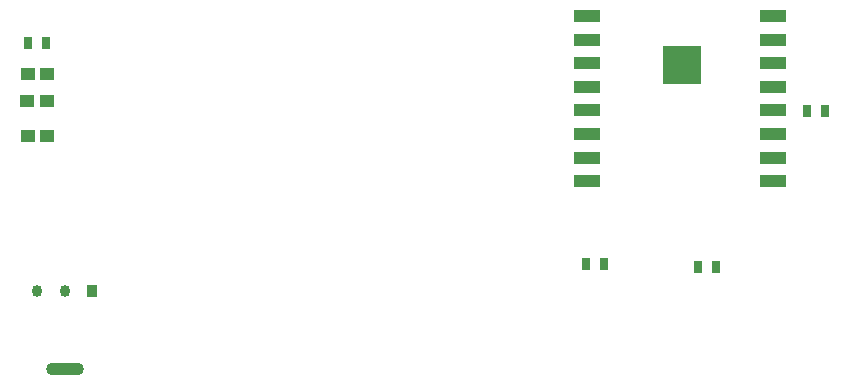
<source format=gtp>
%FSTAX23Y23*%
%MOIN*%
%SFA1B1*%

%IPPOS*%
%AMD18*
4,1,8,0.017200,-0.002600,0.017200,0.002600,0.000000,0.019800,0.000000,0.019800,-0.017200,0.002600,-0.017200,-0.002600,0.000000,-0.019800,0.000000,-0.019800,0.017200,-0.002600,0.0*
1,1,0.034339,0.000000,-0.002600*
1,1,0.034339,0.000000,0.002600*
1,1,0.034339,0.000000,0.002600*
1,1,0.034339,0.000000,-0.002600*
%
%AMD19*
4,1,8,0.062600,-0.002600,0.062600,0.002600,0.045400,0.019800,-0.045400,0.019800,-0.062600,0.002600,-0.062600,-0.002600,-0.045400,-0.019800,0.045400,-0.019800,0.062600,-0.002600,0.0*
1,1,0.034402,0.045400,-0.002600*
1,1,0.034402,0.045400,0.002600*
1,1,0.034402,-0.045400,0.002600*
1,1,0.034402,-0.045400,-0.002600*
%
%ADD13R,0.086614X0.043307*%
%ADD14R,0.125984X0.125984*%
%ADD15R,0.047500X0.042055*%
%ADD16R,0.031496X0.039370*%
%ADD17R,0.034335X0.039539*%
G04~CAMADD=18~8~0.0~0.0~395.4~343.3~171.7~0.0~15~0.0~0.0~0.0~0.0~0~0.0~0.0~0.0~0.0~0~0.0~0.0~0.0~270.0~344.0~395.0*
%ADD18D18*%
G04~CAMADD=19~8~0.0~0.0~395.4~1252.8~172.0~0.0~15~0.0~0.0~0.0~0.0~0~0.0~0.0~0.0~0.0~0~0.0~0.0~0.0~270.0~1254.0~395.0*
%ADD19D19*%
%LNpcb1-1*%
%LPD*%
G54D13*
X02142Y01272D03*
Y01193D03*
Y01114D03*
Y01035D03*
Y00957D03*
Y00878D03*
Y00799D03*
Y0072D03*
X02765D03*
Y00799D03*
Y00878D03*
Y00957D03*
Y01035D03*
Y01114D03*
Y01193D03*
Y01272D03*
G54D14*
X02461Y01108D03*
G54D15*
X00278Y00987D03*
X00344D03*
X00344Y0087D03*
X00279D03*
X00345Y01079D03*
X0028D03*
G54D16*
X00281Y0118D03*
X0034D03*
X02201Y00446D03*
X02141D03*
X02937Y00955D03*
X02878D03*
X02513Y00436D03*
X02572D03*
G54D17*
X00492Y00354D03*
G54D18*
X00402Y00354D03*
X00311D03*
G54D19*
X00402Y00095D03*
M02*
</source>
